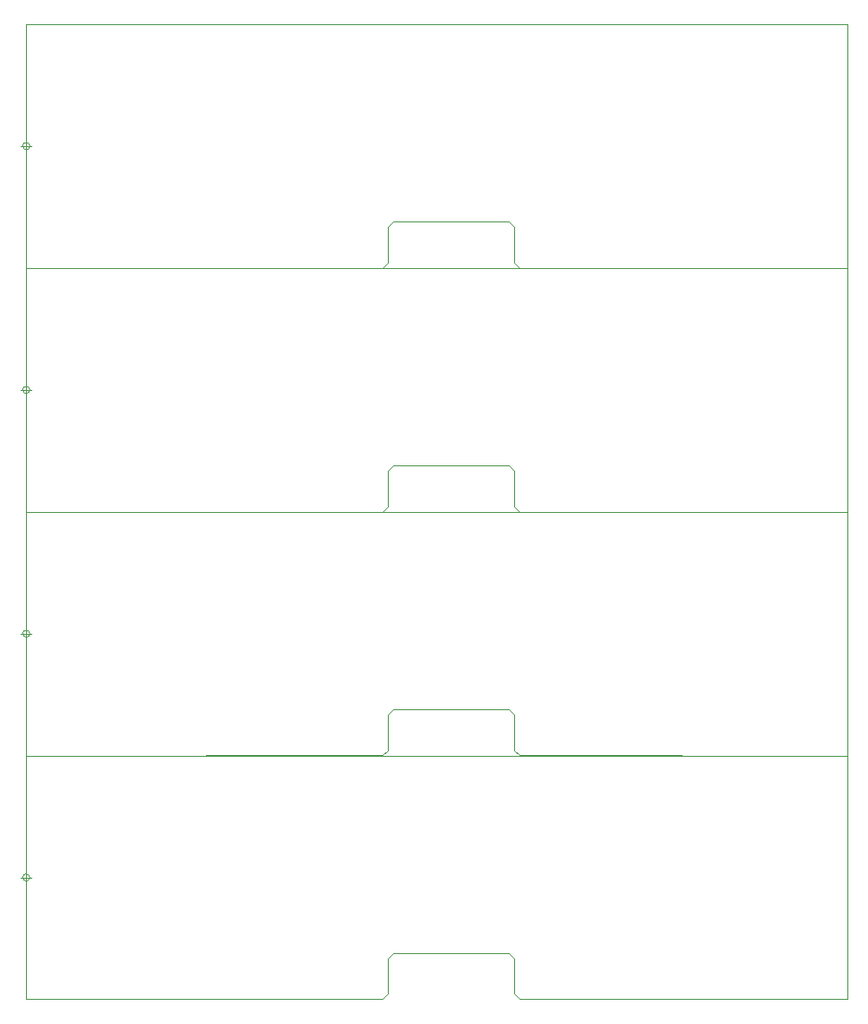
<source format=gbr>
%TF.GenerationSoftware,KiCad,Pcbnew,(5.1.9)-1*%
%TF.CreationDate,2021-08-15T16:36:55+08:00*%
%TF.ProjectId,final project,66696e61-6c20-4707-926f-6a6563742e6b,rev?*%
%TF.SameCoordinates,Original*%
%TF.FileFunction,Profile,NP*%
%FSLAX46Y46*%
G04 Gerber Fmt 4.6, Leading zero omitted, Abs format (unit mm)*
G04 Created by KiCad (PCBNEW (5.1.9)-1) date 2021-08-15 16:36:55*
%MOMM*%
%LPD*%
G01*
G04 APERTURE LIST*
%TA.AperFunction,Profile*%
%ADD10C,0.050000*%
%TD*%
G04 APERTURE END LIST*
D10*
X50983333Y-111060000D02*
G75*
G03*
X50983333Y-111060000I-333333J0D01*
G01*
X50150000Y-111060000D02*
X51150000Y-111060000D01*
X50650000Y-110560000D02*
X50650000Y-111560000D01*
X50983333Y-88040000D02*
G75*
G03*
X50983333Y-88040000I-333333J0D01*
G01*
X50150000Y-88040000D02*
X51150000Y-88040000D01*
X50650000Y-87540000D02*
X50650000Y-88540000D01*
X50983333Y-65020000D02*
G75*
G03*
X50983333Y-65020000I-333333J0D01*
G01*
X50150000Y-65020000D02*
X51150000Y-65020000D01*
X50650000Y-64520000D02*
X50650000Y-65520000D01*
X50650000Y-99550000D02*
X50650000Y-122570000D01*
X50650000Y-76530000D02*
X50650000Y-99550000D01*
X50650000Y-53510000D02*
X50650000Y-76530000D01*
X84350000Y-122560000D02*
X50650000Y-122570000D01*
X84350000Y-99540000D02*
X50650000Y-99550000D01*
X84350000Y-76520000D02*
X50650000Y-76530000D01*
X50650000Y-99550000D02*
X128250000Y-99550000D01*
X50650000Y-76530000D02*
X128250000Y-76530000D01*
X50650000Y-53510000D02*
X128250000Y-53510000D01*
X128250000Y-99550000D02*
X128250000Y-122570000D01*
X128250000Y-76530000D02*
X128250000Y-99550000D01*
X128250000Y-53510000D02*
X128250000Y-76530000D01*
X85350000Y-118210000D02*
X84850000Y-118710000D01*
X85350000Y-95190000D02*
X84850000Y-95690000D01*
X85350000Y-72170000D02*
X84850000Y-72670000D01*
X84850000Y-122060000D02*
X84350000Y-122560000D01*
X84850000Y-99040000D02*
X84350000Y-99540000D01*
X84850000Y-76020000D02*
X84350000Y-76520000D01*
X84850000Y-122060000D02*
X84850000Y-118710000D01*
X84850000Y-99040000D02*
X84850000Y-95690000D01*
X84850000Y-76020000D02*
X84850000Y-72670000D01*
X96750000Y-118710000D02*
X96750000Y-122060000D01*
X96750000Y-95690000D02*
X96750000Y-99040000D01*
X96750000Y-72670000D02*
X96750000Y-76020000D01*
X96250000Y-118210000D02*
X96750000Y-118710000D01*
X96250000Y-95190000D02*
X96750000Y-95690000D01*
X96250000Y-72170000D02*
X96750000Y-72670000D01*
X97250000Y-122560000D02*
X128250000Y-122570000D01*
X97250000Y-99540000D02*
X128250000Y-99550000D01*
X97250000Y-76520000D02*
X128250000Y-76530000D01*
X85350000Y-118210000D02*
X96250000Y-118210000D01*
X85350000Y-95190000D02*
X96250000Y-95190000D01*
X85350000Y-72170000D02*
X96250000Y-72170000D01*
X96750000Y-122060000D02*
X97250000Y-122560000D01*
X96750000Y-99040000D02*
X97250000Y-99540000D01*
X96750000Y-76020000D02*
X97250000Y-76520000D01*
X97250000Y-53500000D02*
X128250000Y-53510000D01*
X84850000Y-53000000D02*
X84350000Y-53500000D01*
X96750000Y-53000000D02*
X97250000Y-53500000D01*
X96250000Y-49150000D02*
X96750000Y-49650000D01*
X85350000Y-49150000D02*
X84850000Y-49650000D01*
X96750000Y-49650000D02*
X96750000Y-53000000D01*
X85350000Y-49150000D02*
X96250000Y-49150000D01*
X84850000Y-53000000D02*
X84850000Y-49650000D01*
X84350000Y-53500000D02*
X50650000Y-53510000D01*
X50650000Y-30490000D02*
X128250000Y-30490000D01*
X50650000Y-30490000D02*
X50650000Y-53510000D01*
X50983333Y-42000000D02*
G75*
G03*
X50983333Y-42000000I-333333J0D01*
G01*
X50150000Y-42000000D02*
X51150000Y-42000000D01*
X50650000Y-41500000D02*
X50650000Y-42500000D01*
X128250000Y-30490000D02*
X128250000Y-53510000D01*
M02*

</source>
